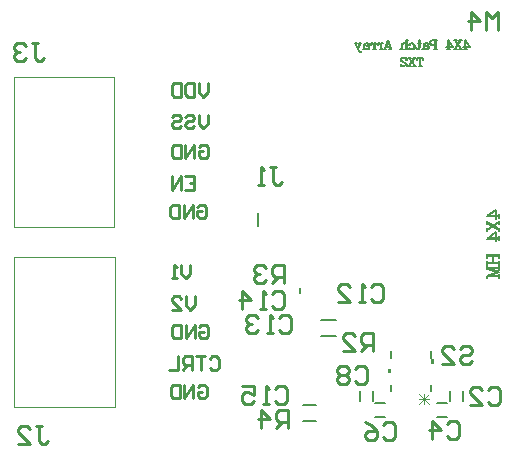
<source format=gbo>
G04*
G04 #@! TF.GenerationSoftware,Altium Limited,Altium Designer,25.8.1 (18)*
G04*
G04 Layer_Color=32896*
%FSLAX26Y26*%
%MOIN*%
G70*
G04*
G04 #@! TF.SameCoordinates,AB66D781-FBCB-4B57-8275-DC7DE2197C71*
G04*
G04*
G04 #@! TF.FilePolarity,Positive*
G04*
G01*
G75*
%ADD13C,0.007874*%
%ADD14C,0.006000*%
%ADD15C,0.005000*%
%ADD16C,0.010000*%
%ADD17C,0.003000*%
%ADD49C,0.003937*%
%ADD50C,0.005906*%
G36*
X427268Y223500D02*
X427268Y208500D01*
X417268Y208500D01*
X417268Y223500D01*
X427268Y223500D01*
X427268Y223500D02*
G37*
G36*
X559268Y254996D02*
X559268Y239996D01*
X569268Y239996D01*
X569268Y254996D01*
X559268Y254996D01*
X559268Y254996D02*
G37*
D13*
X365354Y115525D02*
X365354Y149491D01*
X320866Y115525D02*
X320866Y149491D01*
X579368Y63835D02*
X613334Y63835D01*
X579368Y108323D02*
X613334Y108323D01*
X373202Y108323D02*
X407168Y108323D01*
X373202Y63835D02*
X407168Y63835D01*
X665669Y115525D02*
X665669Y149491D01*
X621181Y115525D02*
X621181Y149491D01*
X133331Y103559D02*
X174669Y103559D01*
X133331Y48441D02*
X174669Y48441D01*
X191323Y334110D02*
X241421Y334110D01*
X191323Y387260D02*
X241421Y387260D01*
X-18780Y698284D02*
X-18780Y743559D01*
D14*
X559268Y260958D02*
X559268Y282000D01*
X427268Y260958D02*
X427268Y282000D01*
X427268Y150000D02*
X427268Y171042D01*
X559268Y150000D02*
X559268Y171042D01*
D15*
X673542Y1315865D02*
X673542Y1289155D01*
X665107Y1297590D02*
X687600Y1297590D01*
X672136Y1318677D01*
X672136Y1289155D01*
X677759Y1289155D02*
X667919Y1289155D01*
X658219Y1318677D02*
X639944Y1289155D01*
X656813Y1318677D02*
X638538Y1289155D01*
X638538Y1318677D02*
X658219Y1289155D01*
X661031Y1318677D02*
X652596Y1318677D01*
X644161Y1318677D02*
X635727Y1318677D01*
X661031Y1289155D02*
X652596Y1289155D01*
X644161Y1289155D02*
X635727Y1289155D01*
X617873Y1315865D02*
X617873Y1289155D01*
X609439Y1297590D02*
X631931Y1297590D01*
X616468Y1318677D01*
X616468Y1289155D01*
X622091Y1289155D02*
X612250Y1289155D01*
X574576Y1318677D02*
X574576Y1289155D01*
X573170Y1318677D02*
X573170Y1289155D01*
X578793Y1318677D02*
X561924Y1318677D01*
X557706Y1317271D01*
X556301Y1315865D01*
X554895Y1313053D01*
X554895Y1308836D01*
X556301Y1306024D01*
X557706Y1304619D01*
X561924Y1303213D01*
X573170Y1303213D01*
X561924Y1318677D02*
X559112Y1317271D01*
X557706Y1315865D01*
X556301Y1313053D01*
X556301Y1308836D01*
X557706Y1306024D01*
X559112Y1304619D01*
X561924Y1303213D01*
X578793Y1289155D02*
X568953Y1289155D01*
X548147Y1306024D02*
X548147Y1304619D01*
X549553Y1304619D01*
X549553Y1306024D01*
X548147Y1307430D01*
X545336Y1308836D01*
X539712Y1308836D01*
X536901Y1307430D01*
X535495Y1306024D01*
X534089Y1303213D01*
X534089Y1293372D01*
X532684Y1290561D01*
X531278Y1289155D01*
X535495Y1306024D02*
X535495Y1293372D01*
X534089Y1290561D01*
X531278Y1289155D01*
X529872Y1289155D01*
X535495Y1303213D02*
X536901Y1301807D01*
X545336Y1300401D01*
X549553Y1298996D01*
X550959Y1296184D01*
X550959Y1293372D01*
X549553Y1290561D01*
X545336Y1289155D01*
X541118Y1289155D01*
X538307Y1290561D01*
X535495Y1293372D01*
X545336Y1300401D02*
X548147Y1298996D01*
X549553Y1296184D01*
X549553Y1293372D01*
X548147Y1290561D01*
X545336Y1289155D01*
X517220Y1289155D02*
X518626Y1290561D01*
X520032Y1294778D01*
X520032Y1318677D01*
X521437Y1318677D01*
X521437Y1294778D01*
X520032Y1290561D01*
X517220Y1289155D01*
X514409Y1289155D01*
X511597Y1290561D01*
X510191Y1293372D01*
X525655Y1308836D02*
X514409Y1308836D01*
X488542Y1304619D02*
X489948Y1303213D01*
X488542Y1301807D01*
X487136Y1303213D01*
X487136Y1304619D01*
X489948Y1307430D01*
X492760Y1308836D01*
X496977Y1308836D01*
X501194Y1307430D01*
X504006Y1304619D01*
X505411Y1300401D01*
X505411Y1297590D01*
X504006Y1293372D01*
X501194Y1290561D01*
X496977Y1289155D01*
X494165Y1289155D01*
X489948Y1290561D01*
X487136Y1293372D01*
X496977Y1308836D02*
X499788Y1307430D01*
X502600Y1304619D01*
X504006Y1300401D01*
X504006Y1297590D01*
X502600Y1293372D01*
X499788Y1290561D01*
X496977Y1289155D01*
X478421Y1318677D02*
X478421Y1289155D01*
X477015Y1318677D02*
X477015Y1289155D01*
X477015Y1304619D02*
X474203Y1307430D01*
X469986Y1308836D01*
X467174Y1308836D01*
X462957Y1307430D01*
X461551Y1304619D01*
X461551Y1289155D01*
X467174Y1308836D02*
X464363Y1307430D01*
X462957Y1304619D01*
X462957Y1289155D01*
X482638Y1318677D02*
X477015Y1318677D01*
X482638Y1289155D02*
X472798Y1289155D01*
X467174Y1289155D02*
X457334Y1289155D01*
X414317Y1318677D02*
X424158Y1289155D01*
X414317Y1318677D02*
X404477Y1289155D01*
X414317Y1314459D02*
X405883Y1289155D01*
X421346Y1297590D02*
X408694Y1297590D01*
X426969Y1289155D02*
X418535Y1289155D01*
X410100Y1289155D02*
X401665Y1289155D01*
X393652Y1308836D02*
X393652Y1289155D01*
X392247Y1308836D02*
X392247Y1289155D01*
X392247Y1300401D02*
X390841Y1304619D01*
X388029Y1307430D01*
X385218Y1308836D01*
X381000Y1308836D01*
X379595Y1307430D01*
X379595Y1306024D01*
X381000Y1304619D01*
X382406Y1306024D01*
X381000Y1307430D01*
X397870Y1308836D02*
X392247Y1308836D01*
X397870Y1289155D02*
X388029Y1289155D01*
X370879Y1308836D02*
X370879Y1289155D01*
X369473Y1308836D02*
X369473Y1289155D01*
X369473Y1300401D02*
X368067Y1304619D01*
X365256Y1307430D01*
X362444Y1308836D01*
X358227Y1308836D01*
X356821Y1307430D01*
X356821Y1306024D01*
X358227Y1304619D01*
X359633Y1306024D01*
X358227Y1307430D01*
X375096Y1308836D02*
X369473Y1308836D01*
X375096Y1289155D02*
X365256Y1289155D01*
X349511Y1306024D02*
X349511Y1304619D01*
X350917Y1304619D01*
X350917Y1306024D01*
X349511Y1307430D01*
X346700Y1308836D01*
X341076Y1308836D01*
X338265Y1307430D01*
X336859Y1306024D01*
X335453Y1303213D01*
X335453Y1293372D01*
X334048Y1290561D01*
X332642Y1289155D01*
X336859Y1306024D02*
X336859Y1293372D01*
X335453Y1290561D01*
X332642Y1289155D01*
X331236Y1289155D01*
X336859Y1303213D02*
X338265Y1301807D01*
X346700Y1300401D01*
X350917Y1298996D01*
X352323Y1296184D01*
X352323Y1293372D01*
X350917Y1290561D01*
X346700Y1289155D01*
X342482Y1289155D01*
X339671Y1290561D01*
X336859Y1293372D01*
X346700Y1300401D02*
X349511Y1298996D01*
X350917Y1296184D01*
X350917Y1293372D01*
X349511Y1290561D01*
X346700Y1289155D01*
X324207Y1308836D02*
X315772Y1289155D01*
X322801Y1308836D02*
X315772Y1291967D01*
X307338Y1308836D02*
X315772Y1289155D01*
X318584Y1283532D01*
X321396Y1280721D01*
X324207Y1279315D01*
X325613Y1279315D01*
X327019Y1280721D01*
X325613Y1282126D01*
X324207Y1280721D01*
X327019Y1308836D02*
X318584Y1308836D01*
X312961Y1308836D02*
X304526Y1308836D01*
X523265Y1261410D02*
X523265Y1231889D01*
X521859Y1261410D02*
X521859Y1231889D01*
X531699Y1261410D02*
X533105Y1252976D01*
X533105Y1261410D01*
X512019Y1261410D01*
X512019Y1252976D01*
X513424Y1261410D01*
X527482Y1231889D02*
X517642Y1231889D01*
X504990Y1261410D02*
X486714Y1231889D01*
X503584Y1261410D02*
X485309Y1231889D01*
X485309Y1261410D02*
X504990Y1231889D01*
X507801Y1261410D02*
X499366Y1261410D01*
X490932Y1261410D02*
X482497Y1261410D01*
X507801Y1231889D02*
X499366Y1231889D01*
X490932Y1231889D02*
X482497Y1231889D01*
X477296Y1255787D02*
X475890Y1254382D01*
X477296Y1252976D01*
X478702Y1254382D01*
X478702Y1255787D01*
X477296Y1258599D01*
X475890Y1260005D01*
X471673Y1261410D01*
X466050Y1261410D01*
X461832Y1260005D01*
X460426Y1258599D01*
X459021Y1255787D01*
X459021Y1252976D01*
X460426Y1250164D01*
X464644Y1247353D01*
X471673Y1244541D01*
X474484Y1243135D01*
X477296Y1240324D01*
X478702Y1236107D01*
X478702Y1231889D01*
X466050Y1261410D02*
X463238Y1260005D01*
X461832Y1258599D01*
X460426Y1255787D01*
X460426Y1252976D01*
X461832Y1250164D01*
X466050Y1247353D01*
X471673Y1244541D01*
X478702Y1234701D02*
X477296Y1236107D01*
X474484Y1236107D01*
X467455Y1233295D01*
X463238Y1233295D01*
X460426Y1234701D01*
X459021Y1236107D01*
X459021Y1238918D01*
X474484Y1236107D02*
X467455Y1231889D01*
X461832Y1231889D01*
X460426Y1233295D01*
X459021Y1236107D01*
X750726Y733657D02*
X786338Y733657D01*
X775092Y722411D02*
X775092Y752401D01*
X746977Y731783D01*
X786338Y731783D01*
X786338Y739280D02*
X786338Y726160D01*
X746977Y713227D02*
X786338Y688860D01*
X746977Y711352D02*
X786338Y686986D01*
X746977Y686986D02*
X786338Y713227D01*
X746977Y716976D02*
X746977Y705729D01*
X746977Y694483D02*
X746977Y683237D01*
X786338Y716976D02*
X786338Y705729D01*
X786338Y694483D02*
X786338Y683237D01*
X750726Y659433D02*
X786338Y659433D01*
X775092Y648186D02*
X775092Y678176D01*
X746977Y657558D01*
X786338Y657558D01*
X786338Y665056D02*
X786338Y651935D01*
X746977Y601702D02*
X786338Y601702D01*
X746977Y599828D02*
X786338Y599828D01*
X746977Y577335D02*
X786338Y577335D01*
X746977Y575461D02*
X786338Y575461D01*
X746977Y607325D02*
X746977Y594205D01*
X746977Y582958D02*
X746977Y569838D01*
X765721Y599828D02*
X765721Y577335D01*
X786338Y607325D02*
X786338Y594205D01*
X786338Y582958D02*
X786338Y569838D01*
X746977Y559529D02*
X786338Y559529D01*
X746977Y557654D02*
X780715Y546408D01*
X746977Y559529D02*
X786338Y546408D01*
X746977Y533288D02*
X786338Y546408D01*
X746977Y533288D02*
X786338Y533288D01*
X746977Y531413D02*
X786338Y531413D01*
X746977Y565152D02*
X746977Y557654D01*
X746977Y533288D02*
X746977Y525790D01*
X786338Y565152D02*
X786338Y553906D01*
X786338Y538911D02*
X786338Y525790D01*
D16*
X-185000Y1176237D02*
X-185000Y1146247D01*
X-199995Y1131252D01*
X-214990Y1146247D01*
X-214990Y1176237D01*
X-229986Y1176237D02*
X-229986Y1131252D01*
X-252478Y1131252D01*
X-259976Y1138750D01*
X-259976Y1168740D01*
X-252478Y1176237D01*
X-229986Y1176237D01*
X-274971Y1176237D02*
X-274971Y1131252D01*
X-297464Y1131252D01*
X-304961Y1138750D01*
X-304961Y1168740D01*
X-297464Y1176237D01*
X-274971Y1176237D01*
X-185000Y1071237D02*
X-185000Y1041247D01*
X-199995Y1026252D01*
X-214990Y1041247D01*
X-214990Y1071237D01*
X-259976Y1063740D02*
X-252478Y1071237D01*
X-237483Y1071237D01*
X-229986Y1063740D01*
X-229986Y1056242D01*
X-237483Y1048745D01*
X-252478Y1048745D01*
X-259976Y1041247D01*
X-259976Y1033750D01*
X-252478Y1026252D01*
X-237483Y1026252D01*
X-229986Y1033750D01*
X-304961Y1063740D02*
X-297464Y1071237D01*
X-282469Y1071237D01*
X-274971Y1063740D01*
X-274971Y1056242D01*
X-282469Y1048745D01*
X-297464Y1048745D01*
X-304961Y1041247D01*
X-304961Y1033750D01*
X-297464Y1026252D01*
X-282469Y1026252D01*
X-274971Y1033750D01*
X-259990Y866237D02*
X-230000Y866237D01*
X-230000Y821252D01*
X-259990Y821252D01*
X-230000Y843745D02*
X-244995Y843745D01*
X-274986Y821252D02*
X-274986Y866237D01*
X-304976Y821252D01*
X-304976Y866237D01*
X-214990Y963740D02*
X-207493Y971237D01*
X-192498Y971237D01*
X-185000Y963740D01*
X-185000Y933750D01*
X-192498Y926252D01*
X-207493Y926252D01*
X-214990Y933750D01*
X-214990Y948745D01*
X-199995Y948745D01*
X-229986Y926252D02*
X-229986Y971237D01*
X-259976Y926252D01*
X-259976Y971237D01*
X-274971Y971237D02*
X-274971Y926252D01*
X-297464Y926252D01*
X-304961Y933750D01*
X-304961Y963740D01*
X-297464Y971237D01*
X-274971Y971237D01*
X-219990Y763740D02*
X-212493Y771237D01*
X-197498Y771237D01*
X-190000Y763740D01*
X-190000Y733750D01*
X-197498Y726252D01*
X-212493Y726252D01*
X-219990Y733750D01*
X-219990Y748745D01*
X-204995Y748745D01*
X-234986Y726252D02*
X-234986Y771237D01*
X-264976Y726252D01*
X-264976Y771237D01*
X-279971Y771237D02*
X-279971Y726252D01*
X-302464Y726252D01*
X-309961Y733750D01*
X-309961Y763740D01*
X-302464Y771237D01*
X-279971Y771237D01*
X-219006Y162362D02*
X-211508Y169859D01*
X-196513Y169859D01*
X-189016Y162362D01*
X-189016Y132371D01*
X-196513Y124874D01*
X-211508Y124874D01*
X-219006Y132371D01*
X-219006Y147367D01*
X-204011Y147367D01*
X-234001Y124874D02*
X-234001Y169859D01*
X-263992Y124874D01*
X-263992Y169859D01*
X-278987Y169859D02*
X-278987Y124874D01*
X-301479Y124874D01*
X-308977Y132371D01*
X-308977Y162362D01*
X-301479Y169859D01*
X-278987Y169859D01*
X-214006Y362362D02*
X-206508Y369859D01*
X-191513Y369859D01*
X-184016Y362362D01*
X-184016Y332372D01*
X-191513Y324874D01*
X-206508Y324874D01*
X-214006Y332372D01*
X-214006Y347367D01*
X-199011Y347367D01*
X-229001Y324874D02*
X-229001Y369859D01*
X-258992Y324874D01*
X-258992Y369859D01*
X-273987Y369859D02*
X-273987Y324874D01*
X-296479Y324874D01*
X-303977Y332372D01*
X-303977Y362362D01*
X-296479Y369859D01*
X-273987Y369859D01*
X-179006Y257362D02*
X-171508Y264859D01*
X-156513Y264859D01*
X-149016Y257362D01*
X-149016Y227371D01*
X-156513Y219874D01*
X-171508Y219874D01*
X-179006Y227371D01*
X-194001Y264859D02*
X-223992Y264859D01*
X-208996Y264859D01*
X-208996Y219874D01*
X-238987Y219874D02*
X-238987Y264859D01*
X-261479Y264859D01*
X-268977Y257362D01*
X-268977Y242367D01*
X-261479Y234869D01*
X-238987Y234869D01*
X-253982Y234869D02*
X-268977Y219874D01*
X-283972Y264859D02*
X-283972Y219874D01*
X-313962Y219874D01*
X-229016Y464859D02*
X-229016Y434869D01*
X-244011Y419874D01*
X-259006Y434869D01*
X-259006Y464859D01*
X-303991Y419874D02*
X-274001Y419874D01*
X-303991Y449864D01*
X-303991Y457362D01*
X-296494Y464859D01*
X-281499Y464859D01*
X-274001Y457362D01*
X-244016Y569859D02*
X-244016Y539869D01*
X-259011Y524874D01*
X-274006Y539869D01*
X-274006Y569859D01*
X-289001Y524874D02*
X-303996Y524874D01*
X-296499Y524874D01*
X-296499Y569859D01*
X-289001Y562362D01*
X781197Y1353480D02*
X781197Y1413461D01*
X761203Y1393467D01*
X741210Y1413461D01*
X741210Y1353480D01*
X691226Y1353480D02*
X691226Y1413461D01*
X721216Y1383471D01*
X681229Y1383471D01*
X306257Y221765D02*
X316253Y231762D01*
X336247Y231762D01*
X346244Y221765D01*
X346244Y181778D01*
X336247Y171781D01*
X316253Y171781D01*
X306257Y181778D01*
X286263Y221765D02*
X276266Y231762D01*
X256273Y231762D01*
X246276Y221765D01*
X246276Y211768D01*
X256273Y201772D01*
X246276Y191775D01*
X246276Y181778D01*
X256273Y171781D01*
X276266Y171781D01*
X286263Y181778D01*
X286263Y191775D01*
X276266Y201772D01*
X286263Y211768D01*
X286263Y221765D01*
X276266Y201772D02*
X256273Y201772D01*
X611099Y38159D02*
X621096Y48156D01*
X641089Y48156D01*
X651086Y38159D01*
X651086Y-1828D01*
X641089Y-11825D01*
X621096Y-11825D01*
X611099Y-1828D01*
X561115Y-11825D02*
X561115Y48156D01*
X591106Y18165D01*
X551119Y18165D01*
X398382Y37175D02*
X408379Y47171D01*
X428373Y47171D01*
X438370Y37175D01*
X438370Y-2812D01*
X428373Y-12809D01*
X408379Y-12809D01*
X398382Y-2812D01*
X338402Y47171D02*
X358395Y37175D01*
X378389Y17181D01*
X378389Y-2812D01*
X368392Y-12809D01*
X348399Y-12809D01*
X338402Y-2812D01*
X338402Y7184D01*
X348399Y17181D01*
X378389Y17181D01*
X748894Y153486D02*
X758891Y163483D01*
X778885Y163483D01*
X788881Y153486D01*
X788881Y113499D01*
X778885Y103502D01*
X758891Y103502D01*
X748894Y113499D01*
X688914Y103502D02*
X728901Y103502D01*
X688914Y143489D01*
X688914Y153486D01*
X698910Y163483D01*
X718904Y163483D01*
X728901Y153486D01*
X654091Y291112D02*
X664088Y301108D01*
X684082Y301108D01*
X694078Y291112D01*
X694078Y281115D01*
X684082Y271118D01*
X664088Y271118D01*
X654091Y261121D01*
X654091Y251125D01*
X664088Y241128D01*
X684082Y241128D01*
X694078Y251125D01*
X594111Y241128D02*
X634098Y241128D01*
X594111Y281115D01*
X594111Y291112D01*
X604107Y301108D01*
X624101Y301108D01*
X634098Y291112D01*
X81937Y25340D02*
X81937Y85321D01*
X51946Y85321D01*
X41950Y75324D01*
X41950Y55331D01*
X51946Y45334D01*
X81937Y45334D01*
X61943Y45334D02*
X41950Y25340D01*
X-8034Y25340D02*
X-8034Y85321D01*
X21956Y55331D01*
X-18031Y55331D01*
X67622Y508844D02*
X67622Y568825D01*
X37631Y568825D01*
X27634Y558828D01*
X27634Y538835D01*
X37631Y528838D01*
X67622Y528838D01*
X47628Y528838D02*
X27634Y508844D01*
X7641Y558828D02*
X-2356Y568825D01*
X-22349Y568825D01*
X-32346Y558828D01*
X-32346Y548831D01*
X-22349Y538835D01*
X-12352Y538835D01*
X-22349Y538835D01*
X-32346Y528838D01*
X-32346Y518841D01*
X-22349Y508844D01*
X-2356Y508844D01*
X7641Y518841D01*
X365929Y283002D02*
X365929Y342982D01*
X335938Y342982D01*
X325942Y332986D01*
X325942Y312992D01*
X335938Y302995D01*
X365929Y302995D01*
X345935Y302995D02*
X325942Y283002D01*
X265961Y283002D02*
X305948Y283002D01*
X265961Y322989D01*
X265961Y332986D01*
X275958Y342982D01*
X295951Y342982D01*
X305948Y332986D01*
X-771854Y1310888D02*
X-751860Y1310888D01*
X-761857Y1310888D01*
X-761857Y1260904D01*
X-751860Y1250907D01*
X-741863Y1250907D01*
X-731867Y1260904D01*
X-791847Y1300891D02*
X-801844Y1310888D01*
X-821837Y1310888D01*
X-831834Y1300891D01*
X-831834Y1290894D01*
X-821837Y1280898D01*
X-811841Y1280898D01*
X-821837Y1280898D01*
X-831834Y1270901D01*
X-831834Y1260904D01*
X-821837Y1250907D01*
X-801844Y1250907D01*
X-791847Y1260904D01*
X-756106Y34313D02*
X-736112Y34313D01*
X-746109Y34313D01*
X-746109Y-15671D01*
X-736112Y-25668D01*
X-726115Y-25668D01*
X-716119Y-15671D01*
X-816086Y-25668D02*
X-776099Y-25668D01*
X-816086Y14320D01*
X-816086Y24316D01*
X-806090Y34313D01*
X-786096Y34313D01*
X-776099Y24316D01*
X23210Y897461D02*
X43203Y897461D01*
X33207Y897461D01*
X33207Y847477D01*
X43203Y837480D01*
X53200Y837480D01*
X63197Y847477D01*
X3216Y837480D02*
X-16777Y837480D01*
X-6780Y837480D01*
X-6780Y897461D01*
X3216Y887464D01*
X39831Y157253D02*
X49828Y167250D01*
X69821Y167250D01*
X79818Y157253D01*
X79818Y117266D01*
X69821Y107269D01*
X49828Y107269D01*
X39831Y117266D01*
X19838Y107269D02*
X-156Y107269D01*
X9841Y107269D01*
X9841Y167250D01*
X19838Y157253D01*
X-70133Y167250D02*
X-30146Y167250D01*
X-30146Y137260D01*
X-50140Y147257D01*
X-60136Y147257D01*
X-70133Y137260D01*
X-70133Y117266D01*
X-60136Y107269D01*
X-40143Y107269D01*
X-30146Y117266D01*
X29004Y474183D02*
X39001Y484179D01*
X58995Y484179D01*
X68991Y474183D01*
X68991Y434195D01*
X58995Y424199D01*
X39001Y424199D01*
X29004Y434195D01*
X9011Y424199D02*
X-10983Y424199D01*
X-986Y424199D01*
X-986Y484179D01*
X9011Y474183D01*
X-70963Y424199D02*
X-70963Y484179D01*
X-40973Y454189D01*
X-80960Y454189D01*
X51642Y391505D02*
X61639Y401502D01*
X81632Y401502D01*
X91629Y391505D01*
X91629Y351518D01*
X81632Y341522D01*
X61639Y341522D01*
X51642Y351518D01*
X31649Y341522D02*
X11655Y341522D01*
X21652Y341522D01*
X21652Y401502D01*
X31649Y391505D01*
X-18335Y391505D02*
X-28332Y401502D01*
X-48325Y401502D01*
X-58322Y391505D01*
X-58322Y381509D01*
X-48325Y371512D01*
X-38329Y371512D01*
X-48325Y371512D01*
X-58322Y361515D01*
X-58322Y351518D01*
X-48325Y341522D01*
X-28332Y341522D01*
X-18335Y351518D01*
X358808Y495387D02*
X368804Y505384D01*
X388798Y505384D01*
X398795Y495387D01*
X398795Y455400D01*
X388798Y445403D01*
X368804Y445403D01*
X358808Y455400D01*
X338814Y445403D02*
X318820Y445403D01*
X328817Y445403D01*
X328817Y505384D01*
X338814Y495387D01*
X248843Y445403D02*
X288830Y445403D01*
X248843Y485390D01*
X248843Y495387D01*
X258840Y505384D01*
X278833Y505384D01*
X288830Y495387D01*
D17*
X551496Y105315D02*
X518173Y138638D01*
X518173Y105315D02*
X551496Y138638D01*
X534834Y105315D02*
X534834Y138638D01*
X518173Y121976D02*
X551496Y121976D01*
D49*
X-831063Y1196252D02*
X-496417Y1196252D01*
X-496417Y696252D02*
X-496417Y1196252D01*
X-831063Y696252D02*
X-496417Y696252D01*
X-831063Y696252D02*
X-831063Y1196252D01*
X-830079Y94874D02*
X-830079Y594874D01*
X-830079Y94874D02*
X-495433Y94874D01*
X-495433Y594874D01*
X-830079Y594874D02*
X-495433Y594874D01*
D50*
X121969Y475842D02*
X121969Y491591D01*
M02*

</source>
